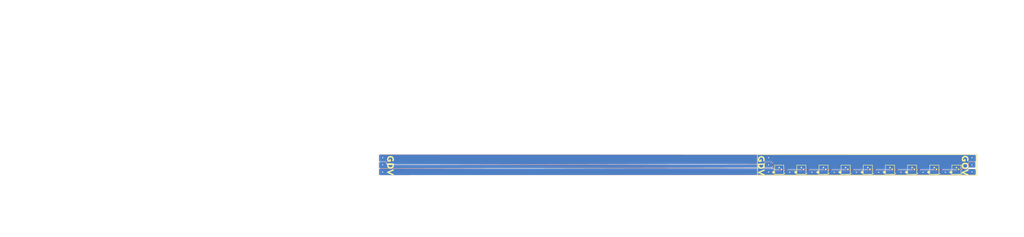
<source format=kicad_pcb>
(kicad_pcb (version 20221018) (generator pcbnew)
  (layers (0 "F.Cu" mixed) (31 "B.Cu" signal) (34 "B.Paste" user) (35 "F.Paste" user) (36 "B.SilkS" user "B.Silkscreen") (37 "F.SilkS" user "F.Silkscreen") (38 "B.Mask" user) (39 "F.Mask" user) (44 "Edge.Cuts" user))
  (net 0 "")
  (net 1 "GND")
  (net 2 "+3V3")
  (net 3 "Net-(U1-DOUT)")
  (net 4 "Net-(U2-DOUT)")
  (net 5 "Net-(U3-DOUT)")
  (net 6 "Net-(U4-DOUT)")
  (net 7 "Net-(U6-DOUT)")
  (net 8 "Net-(U7-DOUT)")
  (net 9 "Net-(U8-DOUT)")
  (net 10 "Net-(U5-DOUT)")
  (net 11 "LED_OUT")
  (net 12 "LED_DATA")
  (footprint "kicad_lceda:TH_Pads_1.2x1_P1.20mml" (layer "F.Cu") (at 242.786837 55.84)
    (fp_text reference "J5" hide)
    (fp_text value "Conn_01x01")
    (pad "1" thru_hole rect (at 0 0) (size 1.2 1) (drill 0.2) (layers "*.Cu" "*.Mask") (net 2 "+3V3") (clearance 0.1))
  )
  (footprint "kicad_lceda:TH_Pads_1.2x1_P1.20mml" (layer "F.Cu") (at 133.37 55.845)
    (fp_text reference "J7" hide)
    (fp_text value "Conn_01x01")
    (pad "1" thru_hole rect (at 0 0) (size 1.2 1) (drill 0.2) (layers "*.Cu" "*.Mask") (net 2 "+3V3") (clearance 0.1))
  )
  (footprint "kicad_lceda:TH_Pads_1.2x1_P1.20mml" (layer "F.Cu") (at 205.016837 54.52 180)
    (fp_text reference "J3" hide)
    (fp_text value "Conn_01x01")
    (pad "1" thru_hole rect (at 0 0 180) (size 1.2 1) (drill 0.2) (layers "*.Cu" "*.Mask") (net 12 "LED_DATA") (clearance 0.1))
  )
  (footprint "kicad_lceda:LED-SMD_4P-L1.0-W1.0-TL_XL-1010RGBC-WS2812B" (layer "F.Cu") (at 219.33 55.42 180)
    (fp_text reference "U4" hide)
    (fp_text value "XL-1010RGBC-WS2812B")
    (fp_line (start -0.85 -0.85) (end -0.85 0.85) (stroke (width 0.1)) (layer "F.SilkS"))
    (fp_line (start -0.85 0.85) (end 0.85 0.85) (stroke (width 0.1)) (layer "F.SilkS"))
    (fp_line (start 0.85 -0.85) (end -0.85 -0.85) (stroke (width 0.1)) (layer "F.SilkS"))
    (fp_line (start 0.85 0.85) (end 0.85 -0.85) (stroke (width 0.1)) (layer "F.SilkS"))
    (fp_circle (center -1 -0.7) (end -0.95 -0.7) (stroke (width 0.1)) (fill none) (layer "F.SilkS"))
    (fp_poly (pts (xy 0.05 0.5) (xy -0.1 0.4) (xy 0.05 0.3)) (stroke (width 0.12)) (fill solid) (layer "F.SilkS"))
    (fp_poly (pts (xy 0.825 -0.525) (xy 0.825 -0.425) (xy 1.275 -0.425) (xy 1.275 -0.525)) (stroke (width 0.12)) (fill solid) (layer "F.SilkS"))
    (fp_poly (pts (xy 1 -0.25) (xy 1.1 -0.25) (xy 1.1 -0.7) (xy 1 -0.7)) (stroke (width 0.12)) (fill solid) (layer "F.SilkS"))
    (fp_poly (pts (xy -0.5 0) (xy -0.5 0.13) (xy -0.34 0.13) (xy -0.33 0.13) (xy -0.33 0)) (stroke (width 0.12)) (fill solid) (layer "F.SilkS"))
    (pad "1" smd rect (at -0.425 -0.425 180) (size 0.45 0.45) (layers "F.Cu" "F.Paste" "F.Mask") (net 6 "Net-(U4-DOUT)"))
    (pad "2" smd rect (at 0.425 -0.425 180) (size 0.45 0.45) (layers "F.Cu" "F.Paste" "F.Mask") (net 2 "+3V3"))
    (pad "3" smd rect (at -0.425 0.425 180) (size 0.45 0.45) (layers "F.Cu" "F.Paste" "F.Mask") (net 1 "GND"))
    (pad "4" smd rect (at 0.425 0.425 180) (size 0.45 0.45) (layers "F.Cu" "F.Paste" "F.Mask") (net 5 "Net-(U3-DOUT)"))
  )
  (footprint "kicad_lceda:LED-SMD_4P-L1.0-W1.0-TL_XL-1010RGBC-WS2812B" (layer "F.Cu") (at 211.102658 55.42 180)
    (fp_text reference "U2" hide)
    (fp_text value "XL-1010RGBC-WS2812B")
    (fp_line (start -0.85 -0.85) (end -0.85 0.85) (stroke (width 0.1)) (layer "F.SilkS"))
    (fp_line (start -0.85 0.85) (end 0.85 0.85) (stroke (width 0.1)) (layer "F.SilkS"))
    (fp_line (start 0.85 -0.85) (end -0.85 -0.85) (stroke (width 0.1)) (layer "F.SilkS"))
    (fp_line (start 0.85 0.85) (end 0.85 -0.85) (stroke (width 0.1)) (layer "F.SilkS"))
    (fp_circle (center -1 -0.7) (end -0.95 -0.7) (stroke (width 0.1)) (fill none) (layer "F.SilkS"))
    (fp_poly (pts (xy 0.05 0.5) (xy -0.1 0.4) (xy 0.05 0.3)) (stroke (width 0.12)) (fill solid) (layer "F.SilkS"))
    (fp_poly (pts (xy 0.825 -0.525) (xy 0.825 -0.425) (xy 1.275 -0.425) (xy 1.275 -0.525)) (stroke (width 0.12)) (fill solid) (layer "F.SilkS"))
    (fp_poly (pts (xy 1 -0.25) (xy 1.1 -0.25) (xy 1.1 -0.7) (xy 1 -0.7)) (stroke (width 0.12)) (fill solid) (layer "F.SilkS"))
    (fp_poly (pts (xy -0.5 0) (xy -0.5 0.13) (xy -0.34 0.13) (xy -0.33 0.13) (xy -0.33 0)) (stroke (width 0.12)) (fill solid) (layer "F.SilkS"))
    (pad "1" smd rect (at -0.425 -0.425 180) (size 0.45 0.45) (layers "F.Cu" "F.Paste" "F.Mask") (net 4 "Net-(U2-DOUT)"))
    (pad "2" smd rect (at 0.425 -0.425 180) (size 0.45 0.45) (layers "F.Cu" "F.Paste" "F.Mask") (net 2 "+3V3"))
    (pad "3" smd rect (at -0.425 0.425 180) (size 0.45 0.45) (layers "F.Cu" "F.Paste" "F.Mask") (net 1 "GND"))
    (pad "4" smd rect (at 0.425 0.425 180) (size 0.45 0.45) (layers "F.Cu" "F.Paste" "F.Mask") (net 3 "Net-(U1-DOUT)"))
  )
  (footprint "kicad_lceda:LED-SMD_4P-L1.0-W1.0-TL_XL-1010RGBC-WS2812B" (layer "F.Cu") (at 235.784684 55.42 180)
    (fp_text reference "U8" hide)
    (fp_text value "XL-1010RGBC-WS2812B")
    (fp_line (start -0.85 -0.85) (end -0.85 0.85) (stroke (width 0.1)) (layer "F.SilkS"))
    (fp_line (start -0.85 0.85) (end 0.85 0.85) (stroke (width 0.1)) (layer "F.SilkS"))
    (fp_line (start 0.85 -0.85) (end -0.85 -0.85) (stroke (width 0.1)) (layer "F.SilkS"))
    (fp_line (start 0.85 0.85) (end 0.85 -0.85) (stroke (width 0.1)) (layer "F.SilkS"))
    (fp_circle (center -1 -0.7) (end -0.95 -0.7) (stroke (width 0.1)) (fill none) (layer "F.SilkS"))
    (fp_poly (pts (xy 0.05 0.5) (xy -0.1 0.4) (xy 0.05 0.3)) (stroke (width 0.12)) (fill solid) (layer "F.SilkS"))
    (fp_poly (pts (xy 0.825 -0.525) (xy 0.825 -0.425) (xy 1.275 -0.425) (xy 1.275 -0.525)) (stroke (width 0.12)) (fill solid) (layer "F.SilkS"))
    (fp_poly (pts (xy 1 -0.25) (xy 1.1 -0.25) (xy 1.1 -0.7) (xy 1 -0.7)) (stroke (width 0.12)) (fill solid) (layer "F.SilkS"))
    (fp_poly (pts (xy -0.5 0) (xy -0.5 0.13) (xy -0.34 0.13) (xy -0.33 0.13) (xy -0.33 0)) (stroke (width 0.12)) (fill solid) (layer "F.SilkS"))
    (pad "1" smd rect (at -0.425 -0.425 180) (size 0.45 0.45) (layers "F.Cu" "F.Paste" "F.Mask") (net 9 "Net-(U8-DOUT)"))
    (pad "2" smd rect (at 0.425 -0.425 180) (size 0.45 0.45) (layers "F.Cu" "F.Paste" "F.Mask") (net 2 "+3V3"))
    (pad "3" smd rect (at -0.425 0.425 180) (size 0.45 0.45) (layers "F.Cu" "F.Paste" "F.Mask") (net 1 "GND"))
    (pad "4" smd rect (at 0.425 0.425 180) (size 0.45 0.45) (layers "F.Cu" "F.Paste" "F.Mask") (net 8 "Net-(U7-DOUT)"))
  )
  (footprint "kicad_lceda:LED-SMD_4P-L1.0-W1.0-TL_XL-1010RGBC-WS2812B" (layer "F.Cu") (at 227.557342 55.42 180)
    (fp_text reference "U6" hide)
    (fp_text value "XL-1010RGBC-WS2812B")
    (fp_line (start -0.85 -0.85) (end -0.85 0.85) (stroke (width 0.1)) (layer "F.SilkS"))
    (fp_line (start -0.85 0.85) (end 0.85 0.85) (stroke (width 0.1)) (layer "F.SilkS"))
    (fp_line (start 0.85 -0.85) (end -0.85 -0.85) (stroke (width 0.1)) (layer "F.SilkS"))
    (fp_line (start 0.85 0.85) (end 0.85 -0.85) (stroke (width 0.1)) (layer "F.SilkS"))
    (fp_circle (center -1 -0.7) (end -0.95 -0.7) (stroke (width 0.1)) (fill none) (layer "F.SilkS"))
    (fp_poly (pts (xy 0.05 0.5) (xy -0.1 0.4) (xy 0.05 0.3)) (stroke (width 0.12)) (fill solid) (layer "F.SilkS"))
    (fp_poly (pts (xy 0.825 -0.525) (xy 0.825 -0.425) (xy 1.275 -0.425) (xy 1.275 -0.525)) (stroke (width 0.12)) (fill solid) (layer "F.SilkS"))
    (fp_poly (pts (xy 1 -0.25) (xy 1.1 -0.25) (xy 1.1 -0.7) (xy 1 -0.7)) (stroke (width 0.12)) (fill solid) (layer "F.SilkS"))
    (fp_poly (pts (xy -0.5 0) (xy -0.5 0.13) (xy -0.34 0.13) (xy -0.33 0.13) (xy -0.33 0)) (stroke (width 0.12)) (fill solid) (layer "F.SilkS"))
    (pad "1" smd rect (at -0.425 -0.425 180) (size 0.45 0.45) (layers "F.Cu" "F.Paste" "F.Mask") (net 7 "Net-(U6-DOUT)"))
    (pad "2" smd rect (at 0.425 -0.425 180) (size 0.45 0.45) (layers "F.Cu" "F.Paste" "F.Mask") (net 2 "+3V3"))
    (pad "3" smd rect (at -0.425 0.425 180) (size 0.45 0.45) (layers "F.Cu" "F.Paste" "F.Mask") (net 1 "GND"))
    (pad "4" smd rect (at 0.425 0.425 180) (size 0.45 0.45) (layers "F.Cu" "F.Paste" "F.Mask") (net 10 "Net-(U5-DOUT)"))
  )
  (footprint "kicad_lceda:TH_Pads_1.2x1_P1.20mml" (layer "F.Cu") (at 133.37 53.195)
    (fp_text reference "J8" hide)
    (fp_text value "Conn_01x01")
    (pad "1" thru_hole rect (at 0 0) (size 1.2 1) (drill 0.2) (layers "*.Cu" "*.Mask") (net 1 "GND") (clearance 0.1))
  )
  (footprint "kicad_lceda:TH_Pads_1.2x1_P1.20mml" (layer "F.Cu") (at 205.016837 55.845)
    (fp_text reference "J1" hide)
    (fp_text value "Conn_01x01")
    (pad "1" thru_hole rect (at 0 0) (size 1.2 1) (drill 0.2) (layers "*.Cu" "*.Mask") (net 2 "+3V3") (clearance 0.1))
  )
  (footprint "kicad_lceda:LED-SMD_4P-L1.0-W1.0-TL_XL-1010RGBC-WS2812B" (layer "F.Cu") (at 223.443671 55.42 180)
    (fp_text reference "U5" hide)
    (fp_text value "XL-1010RGBC-WS2812B")
    (fp_line (start -0.85 -0.85) (end -0.85 0.85) (stroke (width 0.1)) (layer "F.SilkS"))
    (fp_line (start -0.85 0.85) (end 0.85 0.85) (stroke (width 0.1)) (layer "F.SilkS"))
    (fp_line (start 0.85 -0.85) (end -0.85 -0.85) (stroke (width 0.1)) (layer "F.SilkS"))
    (fp_line (start 0.85 0.85) (end 0.85 -0.85) (stroke (width 0.1)) (layer "F.SilkS"))
    (fp_circle (center -1 -0.7) (end -0.95 -0.7) (stroke (width 0.1)) (fill none) (layer "F.SilkS"))
    (fp_poly (pts (xy 0.05 0.5) (xy -0.1 0.4) (xy 0.05 0.3)) (stroke (width 0.12)) (fill solid) (layer "F.SilkS"))
    (fp_poly (pts (xy 0.825 -0.525) (xy 0.825 -0.425) (xy 1.275 -0.425) (xy 1.275 -0.525)) (stroke (width 0.12)) (fill solid) (layer "F.SilkS"))
    (fp_poly (pts (xy 1 -0.25) (xy 1.1 -0.25) (xy 1.1 -0.7) (xy 1 -0.7)) (stroke (width 0.12)) (fill solid) (layer "F.SilkS"))
    (fp_poly (pts (xy -0.5 0) (xy -0.5 0.13) (xy -0.34 0.13) (xy -0.33 0.13) (xy -0.33 0)) (stroke (width 0.12)) (fill solid) (layer "F.SilkS"))
    (pad "1" smd rect (at -0.425 -0.425 180) (size 0.45 0.45) (layers "F.Cu" "F.Paste" "F.Mask") (net 10 "Net-(U5-DOUT)"))
    (pad "2" smd rect (at 0.425 -0.425 180) (size 0.45 0.45) (layers "F.Cu" "F.Paste" "F.Mask") (net 2 "+3V3"))
    (pad "3" smd rect (at -0.425 0.425 180) (size 0.45 0.45) (layers "F.Cu" "F.Paste" "F.Mask") (net 1 "GND"))
    (pad "4" smd rect (at 0.425 0.425 180) (size 0.45 0.45) (layers "F.Cu" "F.Paste" "F.Mask") (net 6 "Net-(U4-DOUT)"))
  )
  (footprint "kicad_lceda:LED-SMD_4P-L1.0-W1.0-TL_XL-1010RGBC-WS2812B" (layer "F.Cu") (at 206.988987 55.42 180)
    (fp_text reference "U1" hide)
    (fp_text value "XL-1010RGBC-WS2812B")
    (fp_line (start -0.85 -0.85) (end -0.85 0.85) (stroke (width 0.1)) (layer "F.SilkS"))
    (fp_line (start -0.85 0.85) (end 0.85 0.85) (stroke (width 0.1)) (layer "F.SilkS"))
    (fp_line (start 0.85 -0.85) (end -0.85 -0.85) (stroke (width 0.1)) (layer "F.SilkS"))
    (fp_line (start 0.85 0.85) (end 0.85 -0.85) (stroke (width 0.1)) (layer "F.SilkS"))
    (fp_circle (center -1 -0.7) (end -0.95 -0.7) (stroke (width 0.1)) (fill none) (layer "F.SilkS"))
    (fp_poly (pts (xy 0.05 0.5) (xy -0.1 0.4) (xy 0.05 0.3)) (stroke (width 0.12)) (fill solid) (layer "F.SilkS"))
    (fp_poly (pts (xy 0.825 -0.525) (xy 0.825 -0.425) (xy 1.275 -0.425) (xy 1.275 -0.525)) (stroke (width 0.12)) (fill solid) (layer "F.SilkS"))
    (fp_poly (pts (xy 1 -0.25) (xy 1.1 -0.25) (xy 1.1 -0.7) (xy 1 -0.7)) (stroke (width 0.12)) (fill solid) (layer "F.SilkS"))
    (fp_poly (pts (xy -0.5 0) (xy -0.5 0.13) (xy -0.34 0.13) (xy -0.33 0.13) (xy -0.33 0)) (stroke (width 0.12)) (fill solid) (layer "F.SilkS"))
    (pad "1" smd rect (at -0.425 -0.425 180) (size 0.45 0.45) (layers "F.Cu" "F.Paste" "F.Mask") (net 3 "Net-(U1-DOUT)"))
    (pad "2" smd rect (at 0.425 -0.425 180) (size 0.45 0.45) (layers "F.Cu" "F.Paste" "F.Mask") (net 2 "+3V3"))
    (pad "3" smd rect (at -0.425 0.425 180) (size 0.45 0.45) (layers "F.Cu" "F.Paste" "F.Mask") (net 1 "GND"))
    (pad "4" smd rect (at 0.425 0.425 180) (size 0.45 0.45) (layers "F.Cu" "F.Paste" "F.Mask") (net 12 "LED_DATA"))
  )
  (footprint "kicad_lceda:LED-SMD_4P-L1.0-W1.0-TL_XL-1010RGBC-WS2812B" (layer "F.Cu") (at 215.216329 55.42 180)
    (fp_text reference "U3" hide)
    (fp_text value "XL-1010RGBC-WS2812B")
    (fp_line (start -0.85 -0.85) (end -0.85 0.85) (stroke (width 0.1)) (layer "F.SilkS"))
    (fp_line (start -0.85 0.85) (end 0.85 0.85) (stroke (width 0.1)) (layer "F.SilkS"))
    (fp_line (start 0.85 -0.85) (end -0.85 -0.85) (stroke (width 0.1)) (layer "F.SilkS"))
    (fp_line (start 0.85 0.85) (end 0.85 -0.85) (stroke (width 0.1)) (layer "F.SilkS"))
    (fp_circle (center -1 -0.7) (end -0.95 -0.7) (stroke (width 0.1)) (fill none) (layer "F.SilkS"))
    (fp_poly (pts (xy 0.05 0.5) (xy -0.1 0.4) (xy 0.05 0.3)) (stroke (width 0.12)) (fill solid) (layer "F.SilkS"))
    (fp_poly (pts (xy 0.825 -0.525) (xy 0.825 -0.425) (xy 1.275 -0.425) (xy 1.275 -0.525)) (stroke (width 0.12)) (fill solid) (layer "F.SilkS"))
    (fp_poly (pts (xy 1 -0.25) (xy 1.1 -0.25) (xy 1.1 -0.7) (xy 1 -0.7)) (stroke (width 0.12)) (fill solid) (layer "F.SilkS"))
    (fp_poly (pts (xy -0.5 0) (xy -0.5 0.13) (xy -0.34 0.13) (xy -0.33 0.13) (xy -0.33 0)) (stroke (width 0.12)) (fill solid) (layer "F.SilkS"))
    (pad "1" smd rect (at -0.425 -0.425 180) (size 0.45 0.45) (layers "F.Cu" "F.Paste" "F.Mask") (net 5 "Net-(U3-DOUT)"))
    (pad "2" smd rect (at 0.425 -0.425 180) (size 0.45 0.45) (layers "F.Cu" "F.Paste" "F.Mask") (net 2 "+3V3"))
    (pad "3" smd rect (at -0.425 0.425 180) (size 0.45 0.45) (layers "F.Cu" "F.Paste" "F.Mask") (net 1 "GND"))
    (pad "4" smd rect (at 0.425 0.425 180) (size 0.45 0.45) (layers "F.Cu" "F.Paste" "F.Mask") (net 4 "Net-(U2-DOUT)"))
  )
  (footprint "kicad_lceda:LED-SMD_4P-L1.0-W1.0-TL_XL-1010RGBC-WS2812B" (layer "F.Cu") (at 231.671013 55.42 180)
    (fp_text reference "U7" hide)
    (fp_text value "XL-1010RGBC-WS2812B")
    (fp_line (start -0.85 -0.85) (end -0.85 0.85) (stroke (width 0.1)) (layer "F.SilkS"))
    (fp_line (start -0.85 0.85) (end 0.85 0.85) (stroke (width 0.1)) (layer "F.SilkS"))
    (fp_line (start 0.85 -0.85) (end -0.85 -0.85) (stroke (width 0.1)) (layer "F.SilkS"))
    (fp_line (start 0.85 0.85) (end 0.85 -0.85) (stroke (width 0.1)) (layer "F.SilkS"))
    (fp_circle (center -1 -0.7) (end -0.95 -0.7) (stroke (width 0.1)) (fill none) (layer "F.SilkS"))
    (fp_poly (pts (xy 0.05 0.5) (xy -0.1 0.4) (xy 0.05 0.3)) (stroke (width 0.12)) (fill solid) (layer "F.SilkS"))
    (fp_poly (pts (xy 0.825 -0.525) (xy 0.825 -0.425) (xy 1.275 -0.425) (xy 1.275 -0.525)) (stroke (width 0.12)) (fill solid) (layer "F.SilkS"))
    (fp_poly (pts (xy 1 -0.25) (xy 1.1 -0.25) (xy 1.1 -0.7) (xy 1 -0.7)) (stroke (width 0.12)) (fill solid) (layer "F.SilkS"))
    (fp_poly (pts (xy -0.5 0) (xy -0.5 0.13) (xy -0.34 0.13) (xy -0.33 0.13) (xy -0.33 0)) (stroke (width 0.12)) (fill solid) (layer "F.SilkS"))
    (pad "1" smd rect (at -0.425 -0.425 180) (size 0.45 0.45) (layers "F.Cu" "F.Paste" "F.Mask") (net 8 "Net-(U7-DOUT)"))
    (pad "2" smd rect (at 0.425 -0.425 180) (size 0.45 0.45) (layers "F.Cu" "F.Paste" "F.Mask") (net 2 "+3V3"))
    (pad "3" smd rect (at -0.425 0.425 180) (size 0.45 0.45) (layers "F.Cu" "F.Paste" "F.Mask") (net 1 "GND"))
    (pad "4" smd rect (at 0.425 0.425 180) (size 0.45 0.45) (layers "F.Cu" "F.Paste" "F.Mask") (net 7 "Net-(U6-DOUT)"))
  )
  (footprint "kicad_lceda:TH_Pads_1.2x1_P1.20mml" (layer "F.Cu") (at 242.786837 54.515)
    (fp_text reference "J4" hide)
    (fp_text value "Conn_01x01")
    (pad "1" thru_hole rect (at 0 0) (size 1.2 1) (drill 0.2) (layers "*.Cu" "*.Mask") (net 11 "LED_OUT") (clearance 0.1))
  )
  (footprint "kicad_lceda:TH_Pads_1.2x1_P1.20mml" (layer "F.Cu") (at 133.37 54.52)
    (fp_text reference "J9" hide)
    (fp_text value "Conn_01x01")
    (pad "1" thru_hole rect (at 0 0) (size 1.2 1) (drill 0.2) (layers "*.Cu" "*.Mask") (net 12 "LED_DATA") (clearance 0.1))
  )
  (footprint "kicad_lceda:TH_Pads_1.2x1_P1.20mml" (layer "F.Cu") (at 242.786837 53.19)
    (fp_text reference "J6" hide)
    (fp_text value "Conn_01x01")
    (pad "1" thru_hole rect (at 0 0) (size 1.2 1) (drill 0.2) (layers "*.Cu" "*.Mask") (net 1 "GND") (clearance 0.1))
  )
  (footprint "kicad_lceda:TH_Pads_1.2x1_P1.20mml" (layer "F.Cu") (at 205.016837 53.195 180)
    (fp_text reference "J2" hide)
    (fp_text value "Conn_01x01")
    (pad "1" thru_hole rect (at 0 0 180) (size 1.2 1) (drill 0.2) (layers "*.Cu" "*.Mask") (net 1 "GND") (clearance 0.1))
  )
  (footprint "kicad_lceda:LED-SMD_4P-L1.0-W1.0-TL_XL-1010RGBC-WS2812B" (layer "F.Cu") (at 239.898359 55.42 180)
    (fp_text reference "U9" hide)
    (fp_text value "XL-1010RGBC-WS2812B")
    (fp_line (start -0.85 -0.85) (end -0.85 0.85) (stroke (width 0.1)) (layer "F.SilkS"))
    (fp_line (start -0.85 0.85) (end 0.85 0.85) (stroke (width 0.1)) (layer "F.SilkS"))
    (fp_line (start 0.85 -0.85) (end -0.85 -0.85) (stroke (width 0.1)) (layer "F.SilkS"))
    (fp_line (start 0.85 0.85) (end 0.85 -0.85) (stroke (width 0.1)) (layer "F.SilkS"))
    (fp_circle (center -1 -0.7) (end -0.95 -0.7) (stroke (width 0.1)) (fill none) (layer "F.SilkS"))
    (fp_poly (pts (xy 0.05 0.5) (xy -0.1 0.4) (xy 0.05 0.3)) (stroke (width 0.12)) (fill solid) (layer "F.SilkS"))
    (fp_poly (pts (xy 0.825 -0.525) (xy 0.825 -0.425) (xy 1.275 -0.425) (xy 1.275 -0.525)) (stroke (width 0.12)) (fill solid) (layer "F.SilkS"))
    (fp_poly (pts (xy 1 -0.25) (xy 1.1 -0.25) (xy 1.1 -0.7) (xy 1 -0.7)) (stroke (width 0.12)) (fill solid) (layer "F.SilkS"))
    (fp_poly (pts (xy -0.5 0) (xy -0.5 0.13) (xy -0.34 0.13) (xy -0.33 0.13) (xy -0.33 0)) (stroke (width 0.12)) (fill solid) (layer "F.SilkS"))
    (pad "1" smd rect (at -0.425 -0.425 180) (size 0.45 0.45) (layers "F.Cu" "F.Paste" "F.Mask") (net 11 "LED_OUT"))
    (pad "2" smd rect (at 0.425 -0.425 180) (size 0.45 0.45) (layers "F.Cu" "F.Paste" "F.Mask") (net 2 "+3V3"))
    (pad "3" smd rect (at -0.425 0.425 180) (size 0.45 0.45) (layers "F.Cu" "F.Paste" "F.Mask") (net 1 "GND"))
    (pad "4" smd rect (at 0.425 0.425 180) (size 0.45 0.45) (layers "F.Cu" "F.Paste" "F.Mask") (net 9 "Net-(U8-DOUT)"))
  )
  (gr_rect (start 202.941837 52.605) (end 243.621837 56.43) (stroke (width 0.12)) (fill none) (layer "F.SilkS"))
  (gr_rect (start 132.546837 52.515) (end 243.736837 56.515) (stroke (width 0.05)) (fill none) (layer "Edge.Cuts"))
  (gr_text "GDV" (at 134.19 52.59 270) (layer "F.SilkS") (effects (font (size 1 1.3) (thickness 0.25) bold) (justify left bottom)))
  (gr_text "GDV" (at 203.036837 52.615 270) (layer "F.SilkS") (effects (font (size 1 1.3) (thickness 0.25) bold) (justify left bottom)))
  (gr_text "GOV" (at 240.886837 52.555 270) (layer "F.SilkS") (effects (font (size 1 1.3) (thickness 0.25) bold) (justify left bottom)))
  (via (at 217.195714 55.915) (size 0.45) (drill 0.2) (layers "F.Cu" "B.Cu") (net 2))
  (via (at 225.451428 55.915) (size 0.45) (drill 0.2) (layers "F.Cu" "B.Cu") (net 2))
  (via (at 229.579285 55.915) (size 0.45) (drill 0.2) (layers "F.Cu" "B.Cu") (net 2))
  (via (at 237.835 55.915) (size 0.45) (drill 0.2) (layers "F.Cu" "B.Cu") (net 2))
  (via (at 233.707142 55.915) (size 0.45) (drill 0.2) (layers "F.Cu" "B.Cu") (net 2))
  (via (at 213.067857 55.915) (size 0.45) (drill 0.2) (layers "F.Cu" "B.Cu") (net 2))
  (via (at 208.94 55.915) (size 0.45) (drill 0.2) (layers "F.Cu" "B.Cu") (net 2))
  (via (at 221.323571 55.915) (size 0.45) (drill 0.2) (layers "F.Cu" "B.Cu") (net 2))
  (segment (start 208.765 54.995) (end 210.677658 54.995) (width 0.3) (layer "F.Cu") (net 3))
  (segment (start 207.413987 55.845) (end 207.915 55.845) (width 0.3) (layer "F.Cu") (net 3))
  (segment (start 207.915 55.845) (end 208.765 54.995) (width 0.3) (layer "F.Cu") (net 3))
  (segment (start 211.527658 55.845) (end 211.905 55.845) (width 0.3) (layer "F.Cu") (net 4))
  (segment (start 211.905 55.845) (end 212.755 54.995) (width 0.3) (layer "F.Cu") (net 4))
  (segment (start 212.755 54.995) (end 214.791329 54.995) (width 0.3) (layer "F.Cu") (net 4))
  (segment (start 215.641329 55.845) (end 216.085 55.845) (width 0.3) (layer "F.Cu") (net 5))
  (segment (start 216.935 54.995) (end 218.905 54.995) (width 0.3) (layer "F.Cu") (net 5))
  (segment (start 216.085 55.845) (end 216.935 54.995) (width 0.3) (layer "F.Cu") (net 5))
  (segment (start 221 54.995) (end 223.018671 54.995) (width 0.3) (layer "F.Cu") (net 6))
  (segment (start 220.15 55.845) (end 221 54.995) (width 0.3) (layer "F.Cu") (net 6))
  (segment (start 219.755 55.845) (end 220.15 55.845) (width 0.3) (layer "F.Cu") (net 6))
  (segment (start 227.982342 55.845) (end 228.39 55.845) (width 0.3) (layer "F.Cu") (net 7))
  (segment (start 229.24 54.995) (end 231.246013 54.995) (width 0.3) (layer "F.Cu") (net 7))
  (segment (start 228.39 55.845) (end 229.24 54.995) (width 0.3) (layer "F.Cu") (net 7))
  (segment (start 233.36 54.995) (end 235.359684 54.995) (width 0.3) (layer "F.Cu") (net 8))
  (segment (start 232.096013 55.845) (end 232.51 55.845) (width 0.3) (layer "F.Cu") (net 8))
  (segment (start 232.51 55.845) (end 233.36 54.995) (width 0.3) (layer "F.Cu") (net 8))
  (segment (start 236.209684 55.845) (end 236.625 55.845) (width 0.3) (layer "F.Cu") (net 9))
  (segment (start 236.625 55.845) (end 237.475 54.995) (width 0.3) (layer "F.Cu") (net 9))
  (segment (start 237.475 54.995) (end 239.473359 54.995) (width 0.3) (layer "F.Cu") (net 9))
  (segment (start 224.3 55.845) (end 225.15 54.995) (width 0.3) (layer "F.Cu") (net 10))
  (segment (start 223.868671 55.845) (end 224.3 55.845) (width 0.3) (layer "F.Cu") (net 10))
  (segment (start 225.15 54.995) (end 227.132342 54.995) (width 0.3) (layer "F.Cu") (net 10))
  (segment (start 242.06 54.515) (end 242.786837 54.515) (width 0.3) (layer "F.Cu") (net 11))
  (segment (start 240.323359 55.845) (end 240.73 55.845) (width 0.3) (layer "F.Cu") (net 11))
  (segment (start 240.73 55.845) (end 242.06 54.515) (width 0.3) (layer "F.Cu") (net 11))
  (segment (start 205.016837 54.52) (end 205.73 54.52) (width 0.3) (layer "F.Cu") (net 12))
  (segment (start 205.73 54.52) (end 206.205 54.995) (width 0.3) (layer "F.Cu") (net 12))
  (segment (start 206.205 54.995) (end 206.563987 54.995) (width 0.3) (layer "F.Cu") (net 12))
  (zone (net 1) (net_name "GND") (layers "F&B.Cu") (connect_pads yes (clearance 0.1)) (min_thickness 0.25) (fill yes (thermal_gap 0.5) (thermal_bridge_width 0.5))
    (polygon (pts (xy 243.466837 52.685) (xy 132.74 52.64) (xy 132.74 56.41) (xy 243.456837 56.355)))
  )
  (zone (net 12) (net_name "LED_DATA") (layers "F&B.Cu") (priority 3) (connect_pads yes (clearance 0.1)) (min_thickness 0.25) (fill yes (thermal_gap 0.5) (thermal_bridge_width 0.5))
    (polygon (pts (xy 205.61 54.03) (xy 205.62 55.02) (xy 204.42 55.02) (xy 132.74 55.14) (xy 132.75 54.015) (xy 134.03 54.015) (xy 134.129996 54.557669) (xy 204.3 54.44) (xy 204.42 54.03)))
  )
  (zone (net 2) (net_name "+3V3") (layers "F&B.Cu") (priority 2) (connect_pads yes (clearance 0.1)) (min_thickness 0.25) (fill yes (thermal_gap 0.5) (thermal_bridge_width 0.5))
    (polygon (pts (xy 132.74 56.41) (xy 132.74 55.14) (xy 205.62 55.18) (xy 206.196837 55.51) (xy 239.816837 55.5) (xy 241.216837 55.345) (xy 243.456837 55.355) (xy 243.456837 56.355)))
  )
)
</source>
